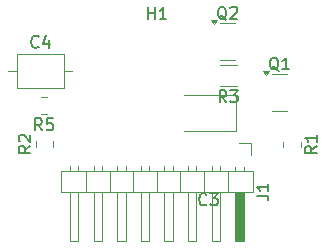
<source format=gbr>
%TF.GenerationSoftware,KiCad,Pcbnew,9.0.4*%
%TF.CreationDate,2025-11-18T22:29:26-03:00*%
%TF.ProjectId,FuzzFace,46757a7a-4661-4636-952e-6b696361645f,rev?*%
%TF.SameCoordinates,Original*%
%TF.FileFunction,Legend,Top*%
%TF.FilePolarity,Positive*%
%FSLAX46Y46*%
G04 Gerber Fmt 4.6, Leading zero omitted, Abs format (unit mm)*
G04 Created by KiCad (PCBNEW 9.0.4) date 2025-11-18 22:29:26*
%MOMM*%
%LPD*%
G01*
G04 APERTURE LIST*
%ADD10C,0.150000*%
%ADD11C,0.120000*%
G04 APERTURE END LIST*
D10*
X115954819Y-92933333D02*
X116669104Y-92933333D01*
X116669104Y-92933333D02*
X116811961Y-92980952D01*
X116811961Y-92980952D02*
X116907200Y-93076190D01*
X116907200Y-93076190D02*
X116954819Y-93219047D01*
X116954819Y-93219047D02*
X116954819Y-93314285D01*
X116954819Y-91933333D02*
X116954819Y-92504761D01*
X116954819Y-92219047D02*
X115954819Y-92219047D01*
X115954819Y-92219047D02*
X116097676Y-92314285D01*
X116097676Y-92314285D02*
X116192914Y-92409523D01*
X116192914Y-92409523D02*
X116240533Y-92504761D01*
X113383333Y-85034819D02*
X113050000Y-84558628D01*
X112811905Y-85034819D02*
X112811905Y-84034819D01*
X112811905Y-84034819D02*
X113192857Y-84034819D01*
X113192857Y-84034819D02*
X113288095Y-84082438D01*
X113288095Y-84082438D02*
X113335714Y-84130057D01*
X113335714Y-84130057D02*
X113383333Y-84225295D01*
X113383333Y-84225295D02*
X113383333Y-84368152D01*
X113383333Y-84368152D02*
X113335714Y-84463390D01*
X113335714Y-84463390D02*
X113288095Y-84511009D01*
X113288095Y-84511009D02*
X113192857Y-84558628D01*
X113192857Y-84558628D02*
X112811905Y-84558628D01*
X113716667Y-84034819D02*
X114335714Y-84034819D01*
X114335714Y-84034819D02*
X114002381Y-84415771D01*
X114002381Y-84415771D02*
X114145238Y-84415771D01*
X114145238Y-84415771D02*
X114240476Y-84463390D01*
X114240476Y-84463390D02*
X114288095Y-84511009D01*
X114288095Y-84511009D02*
X114335714Y-84606247D01*
X114335714Y-84606247D02*
X114335714Y-84844342D01*
X114335714Y-84844342D02*
X114288095Y-84939580D01*
X114288095Y-84939580D02*
X114240476Y-84987200D01*
X114240476Y-84987200D02*
X114145238Y-85034819D01*
X114145238Y-85034819D02*
X113859524Y-85034819D01*
X113859524Y-85034819D02*
X113764286Y-84987200D01*
X113764286Y-84987200D02*
X113716667Y-84939580D01*
X96804819Y-88716666D02*
X96328628Y-89049999D01*
X96804819Y-89288094D02*
X95804819Y-89288094D01*
X95804819Y-89288094D02*
X95804819Y-88907142D01*
X95804819Y-88907142D02*
X95852438Y-88811904D01*
X95852438Y-88811904D02*
X95900057Y-88764285D01*
X95900057Y-88764285D02*
X95995295Y-88716666D01*
X95995295Y-88716666D02*
X96138152Y-88716666D01*
X96138152Y-88716666D02*
X96233390Y-88764285D01*
X96233390Y-88764285D02*
X96281009Y-88811904D01*
X96281009Y-88811904D02*
X96328628Y-88907142D01*
X96328628Y-88907142D02*
X96328628Y-89288094D01*
X95900057Y-88335713D02*
X95852438Y-88288094D01*
X95852438Y-88288094D02*
X95804819Y-88192856D01*
X95804819Y-88192856D02*
X95804819Y-87954761D01*
X95804819Y-87954761D02*
X95852438Y-87859523D01*
X95852438Y-87859523D02*
X95900057Y-87811904D01*
X95900057Y-87811904D02*
X95995295Y-87764285D01*
X95995295Y-87764285D02*
X96090533Y-87764285D01*
X96090533Y-87764285D02*
X96233390Y-87811904D01*
X96233390Y-87811904D02*
X96804819Y-88383332D01*
X96804819Y-88383332D02*
X96804819Y-87764285D01*
X97483333Y-80314580D02*
X97435714Y-80362200D01*
X97435714Y-80362200D02*
X97292857Y-80409819D01*
X97292857Y-80409819D02*
X97197619Y-80409819D01*
X97197619Y-80409819D02*
X97054762Y-80362200D01*
X97054762Y-80362200D02*
X96959524Y-80266961D01*
X96959524Y-80266961D02*
X96911905Y-80171723D01*
X96911905Y-80171723D02*
X96864286Y-79981247D01*
X96864286Y-79981247D02*
X96864286Y-79838390D01*
X96864286Y-79838390D02*
X96911905Y-79647914D01*
X96911905Y-79647914D02*
X96959524Y-79552676D01*
X96959524Y-79552676D02*
X97054762Y-79457438D01*
X97054762Y-79457438D02*
X97197619Y-79409819D01*
X97197619Y-79409819D02*
X97292857Y-79409819D01*
X97292857Y-79409819D02*
X97435714Y-79457438D01*
X97435714Y-79457438D02*
X97483333Y-79505057D01*
X98340476Y-79743152D02*
X98340476Y-80409819D01*
X98102381Y-79362200D02*
X97864286Y-80076485D01*
X97864286Y-80076485D02*
X98483333Y-80076485D01*
X113392261Y-78050057D02*
X113297023Y-78002438D01*
X113297023Y-78002438D02*
X113201785Y-77907200D01*
X113201785Y-77907200D02*
X113058928Y-77764342D01*
X113058928Y-77764342D02*
X112963690Y-77716723D01*
X112963690Y-77716723D02*
X112868452Y-77716723D01*
X112916071Y-77954819D02*
X112820833Y-77907200D01*
X112820833Y-77907200D02*
X112725595Y-77811961D01*
X112725595Y-77811961D02*
X112677976Y-77621485D01*
X112677976Y-77621485D02*
X112677976Y-77288152D01*
X112677976Y-77288152D02*
X112725595Y-77097676D01*
X112725595Y-77097676D02*
X112820833Y-77002438D01*
X112820833Y-77002438D02*
X112916071Y-76954819D01*
X112916071Y-76954819D02*
X113106547Y-76954819D01*
X113106547Y-76954819D02*
X113201785Y-77002438D01*
X113201785Y-77002438D02*
X113297023Y-77097676D01*
X113297023Y-77097676D02*
X113344642Y-77288152D01*
X113344642Y-77288152D02*
X113344642Y-77621485D01*
X113344642Y-77621485D02*
X113297023Y-77811961D01*
X113297023Y-77811961D02*
X113201785Y-77907200D01*
X113201785Y-77907200D02*
X113106547Y-77954819D01*
X113106547Y-77954819D02*
X112916071Y-77954819D01*
X113725595Y-77050057D02*
X113773214Y-77002438D01*
X113773214Y-77002438D02*
X113868452Y-76954819D01*
X113868452Y-76954819D02*
X114106547Y-76954819D01*
X114106547Y-76954819D02*
X114201785Y-77002438D01*
X114201785Y-77002438D02*
X114249404Y-77050057D01*
X114249404Y-77050057D02*
X114297023Y-77145295D01*
X114297023Y-77145295D02*
X114297023Y-77240533D01*
X114297023Y-77240533D02*
X114249404Y-77383390D01*
X114249404Y-77383390D02*
X113677976Y-77954819D01*
X113677976Y-77954819D02*
X114297023Y-77954819D01*
X111698333Y-93659580D02*
X111650714Y-93707200D01*
X111650714Y-93707200D02*
X111507857Y-93754819D01*
X111507857Y-93754819D02*
X111412619Y-93754819D01*
X111412619Y-93754819D02*
X111269762Y-93707200D01*
X111269762Y-93707200D02*
X111174524Y-93611961D01*
X111174524Y-93611961D02*
X111126905Y-93516723D01*
X111126905Y-93516723D02*
X111079286Y-93326247D01*
X111079286Y-93326247D02*
X111079286Y-93183390D01*
X111079286Y-93183390D02*
X111126905Y-92992914D01*
X111126905Y-92992914D02*
X111174524Y-92897676D01*
X111174524Y-92897676D02*
X111269762Y-92802438D01*
X111269762Y-92802438D02*
X111412619Y-92754819D01*
X111412619Y-92754819D02*
X111507857Y-92754819D01*
X111507857Y-92754819D02*
X111650714Y-92802438D01*
X111650714Y-92802438D02*
X111698333Y-92850057D01*
X112031667Y-92754819D02*
X112650714Y-92754819D01*
X112650714Y-92754819D02*
X112317381Y-93135771D01*
X112317381Y-93135771D02*
X112460238Y-93135771D01*
X112460238Y-93135771D02*
X112555476Y-93183390D01*
X112555476Y-93183390D02*
X112603095Y-93231009D01*
X112603095Y-93231009D02*
X112650714Y-93326247D01*
X112650714Y-93326247D02*
X112650714Y-93564342D01*
X112650714Y-93564342D02*
X112603095Y-93659580D01*
X112603095Y-93659580D02*
X112555476Y-93707200D01*
X112555476Y-93707200D02*
X112460238Y-93754819D01*
X112460238Y-93754819D02*
X112174524Y-93754819D01*
X112174524Y-93754819D02*
X112079286Y-93707200D01*
X112079286Y-93707200D02*
X112031667Y-93659580D01*
X97783333Y-87404819D02*
X97450000Y-86928628D01*
X97211905Y-87404819D02*
X97211905Y-86404819D01*
X97211905Y-86404819D02*
X97592857Y-86404819D01*
X97592857Y-86404819D02*
X97688095Y-86452438D01*
X97688095Y-86452438D02*
X97735714Y-86500057D01*
X97735714Y-86500057D02*
X97783333Y-86595295D01*
X97783333Y-86595295D02*
X97783333Y-86738152D01*
X97783333Y-86738152D02*
X97735714Y-86833390D01*
X97735714Y-86833390D02*
X97688095Y-86881009D01*
X97688095Y-86881009D02*
X97592857Y-86928628D01*
X97592857Y-86928628D02*
X97211905Y-86928628D01*
X98688095Y-86404819D02*
X98211905Y-86404819D01*
X98211905Y-86404819D02*
X98164286Y-86881009D01*
X98164286Y-86881009D02*
X98211905Y-86833390D01*
X98211905Y-86833390D02*
X98307143Y-86785771D01*
X98307143Y-86785771D02*
X98545238Y-86785771D01*
X98545238Y-86785771D02*
X98640476Y-86833390D01*
X98640476Y-86833390D02*
X98688095Y-86881009D01*
X98688095Y-86881009D02*
X98735714Y-86976247D01*
X98735714Y-86976247D02*
X98735714Y-87214342D01*
X98735714Y-87214342D02*
X98688095Y-87309580D01*
X98688095Y-87309580D02*
X98640476Y-87357200D01*
X98640476Y-87357200D02*
X98545238Y-87404819D01*
X98545238Y-87404819D02*
X98307143Y-87404819D01*
X98307143Y-87404819D02*
X98211905Y-87357200D01*
X98211905Y-87357200D02*
X98164286Y-87309580D01*
X106738095Y-78004819D02*
X106738095Y-77004819D01*
X106738095Y-77481009D02*
X107309523Y-77481009D01*
X107309523Y-78004819D02*
X107309523Y-77004819D01*
X108309523Y-78004819D02*
X107738095Y-78004819D01*
X108023809Y-78004819D02*
X108023809Y-77004819D01*
X108023809Y-77004819D02*
X107928571Y-77147676D01*
X107928571Y-77147676D02*
X107833333Y-77242914D01*
X107833333Y-77242914D02*
X107738095Y-77290533D01*
X117804761Y-82350057D02*
X117709523Y-82302438D01*
X117709523Y-82302438D02*
X117614285Y-82207200D01*
X117614285Y-82207200D02*
X117471428Y-82064342D01*
X117471428Y-82064342D02*
X117376190Y-82016723D01*
X117376190Y-82016723D02*
X117280952Y-82016723D01*
X117328571Y-82254819D02*
X117233333Y-82207200D01*
X117233333Y-82207200D02*
X117138095Y-82111961D01*
X117138095Y-82111961D02*
X117090476Y-81921485D01*
X117090476Y-81921485D02*
X117090476Y-81588152D01*
X117090476Y-81588152D02*
X117138095Y-81397676D01*
X117138095Y-81397676D02*
X117233333Y-81302438D01*
X117233333Y-81302438D02*
X117328571Y-81254819D01*
X117328571Y-81254819D02*
X117519047Y-81254819D01*
X117519047Y-81254819D02*
X117614285Y-81302438D01*
X117614285Y-81302438D02*
X117709523Y-81397676D01*
X117709523Y-81397676D02*
X117757142Y-81588152D01*
X117757142Y-81588152D02*
X117757142Y-81921485D01*
X117757142Y-81921485D02*
X117709523Y-82111961D01*
X117709523Y-82111961D02*
X117614285Y-82207200D01*
X117614285Y-82207200D02*
X117519047Y-82254819D01*
X117519047Y-82254819D02*
X117328571Y-82254819D01*
X118709523Y-82254819D02*
X118138095Y-82254819D01*
X118423809Y-82254819D02*
X118423809Y-81254819D01*
X118423809Y-81254819D02*
X118328571Y-81397676D01*
X118328571Y-81397676D02*
X118233333Y-81492914D01*
X118233333Y-81492914D02*
X118138095Y-81540533D01*
X121054819Y-88754166D02*
X120578628Y-89087499D01*
X121054819Y-89325594D02*
X120054819Y-89325594D01*
X120054819Y-89325594D02*
X120054819Y-88944642D01*
X120054819Y-88944642D02*
X120102438Y-88849404D01*
X120102438Y-88849404D02*
X120150057Y-88801785D01*
X120150057Y-88801785D02*
X120245295Y-88754166D01*
X120245295Y-88754166D02*
X120388152Y-88754166D01*
X120388152Y-88754166D02*
X120483390Y-88801785D01*
X120483390Y-88801785D02*
X120531009Y-88849404D01*
X120531009Y-88849404D02*
X120578628Y-88944642D01*
X120578628Y-88944642D02*
X120578628Y-89325594D01*
X121054819Y-87801785D02*
X121054819Y-88373213D01*
X121054819Y-88087499D02*
X120054819Y-88087499D01*
X120054819Y-88087499D02*
X120197676Y-88182737D01*
X120197676Y-88182737D02*
X120292914Y-88277975D01*
X120292914Y-88277975D02*
X120340533Y-88373213D01*
D11*
%TO.C,J1*%
X99390000Y-90890000D02*
X99390000Y-92610000D01*
X99390000Y-92610000D02*
X115610000Y-92610000D01*
X100140000Y-90416856D02*
X100140000Y-90890000D01*
X100140000Y-96810000D02*
X100140000Y-92610000D01*
X100860000Y-90416856D02*
X100860000Y-90890000D01*
X100860000Y-92610000D02*
X100860000Y-96810000D01*
X100860000Y-96810000D02*
X100140000Y-96810000D01*
X101500000Y-90890000D02*
X101500000Y-92610000D01*
X102140000Y-90416856D02*
X102140000Y-90890000D01*
X102140000Y-96810000D02*
X102140000Y-92610000D01*
X102860000Y-90416856D02*
X102860000Y-90890000D01*
X102860000Y-92610000D02*
X102860000Y-96810000D01*
X102860000Y-96810000D02*
X102140000Y-96810000D01*
X103500000Y-90890000D02*
X103500000Y-92610000D01*
X104140000Y-90416856D02*
X104140000Y-90890000D01*
X104140000Y-96810000D02*
X104140000Y-92610000D01*
X104860000Y-90416856D02*
X104860000Y-90890000D01*
X104860000Y-92610000D02*
X104860000Y-96810000D01*
X104860000Y-96810000D02*
X104140000Y-96810000D01*
X105500000Y-90890000D02*
X105500000Y-92610000D01*
X106140000Y-90416856D02*
X106140000Y-90890000D01*
X106140000Y-96810000D02*
X106140000Y-92610000D01*
X106860000Y-90416856D02*
X106860000Y-90890000D01*
X106860000Y-92610000D02*
X106860000Y-96810000D01*
X106860000Y-96810000D02*
X106140000Y-96810000D01*
X107500000Y-90890000D02*
X107500000Y-92610000D01*
X108140000Y-90416856D02*
X108140000Y-90890000D01*
X108140000Y-96810000D02*
X108140000Y-92610000D01*
X108860000Y-90416856D02*
X108860000Y-90890000D01*
X108860000Y-92610000D02*
X108860000Y-96810000D01*
X108860000Y-96810000D02*
X108140000Y-96810000D01*
X109500000Y-90890000D02*
X109500000Y-92610000D01*
X110140000Y-90416856D02*
X110140000Y-90890000D01*
X110140000Y-96810000D02*
X110140000Y-92610000D01*
X110860000Y-90416856D02*
X110860000Y-90890000D01*
X110860000Y-92610000D02*
X110860000Y-96810000D01*
X110860000Y-96810000D02*
X110140000Y-96810000D01*
X111500000Y-90890000D02*
X111500000Y-92610000D01*
X112140000Y-90416856D02*
X112140000Y-90890000D01*
X112140000Y-96810000D02*
X112140000Y-92610000D01*
X112860000Y-90416856D02*
X112860000Y-90890000D01*
X112860000Y-92610000D02*
X112860000Y-96810000D01*
X112860000Y-96810000D02*
X112140000Y-96810000D01*
X113500000Y-90890000D02*
X113500000Y-92610000D01*
X114140000Y-90485000D02*
X114140000Y-90890000D01*
X114500000Y-88500000D02*
X115500000Y-88500000D01*
X114860000Y-90485000D02*
X114860000Y-90890000D01*
X115500000Y-88500000D02*
X115500000Y-89500000D01*
X115610000Y-90890000D02*
X99390000Y-90890000D01*
X115610000Y-92610000D02*
X115610000Y-90890000D01*
X114860000Y-92610000D02*
X114140000Y-92610000D01*
X114140000Y-96810000D01*
X114860000Y-96810000D01*
X114860000Y-92610000D01*
G36*
X114860000Y-92610000D02*
G01*
X114140000Y-92610000D01*
X114140000Y-96810000D01*
X114860000Y-96810000D01*
X114860000Y-92610000D01*
G37*
%TO.C,R3*%
X114277064Y-81840000D02*
X112822936Y-81840000D01*
X114277064Y-83660000D02*
X112822936Y-83660000D01*
%TO.C,R2*%
X97265000Y-88777064D02*
X97265000Y-88322936D01*
X98735000Y-88777064D02*
X98735000Y-88322936D01*
%TO.C,C4*%
X94940000Y-82375000D02*
X95630000Y-82375000D01*
X100360000Y-82375000D02*
X99670000Y-82375000D01*
X95630000Y-80955000D02*
X99670000Y-80955000D01*
X99670000Y-83795000D01*
X95630000Y-83795000D01*
X95630000Y-80955000D01*
%TO.C,Q2*%
X113487500Y-78340000D02*
X112837500Y-78340000D01*
X113487500Y-78340000D02*
X114137500Y-78340000D01*
X113487500Y-81460000D02*
X112837500Y-81460000D01*
X113487500Y-81460000D02*
X114137500Y-81460000D01*
X112325000Y-78390000D02*
X112085000Y-78060000D01*
X112565000Y-78060000D01*
X112325000Y-78390000D01*
G36*
X112325000Y-78390000D02*
G01*
X112085000Y-78060000D01*
X112565000Y-78060000D01*
X112325000Y-78390000D01*
G37*
%TO.C,C3*%
X109827500Y-87460000D02*
X114222500Y-87460000D01*
X114222500Y-84440000D02*
X109827500Y-84440000D01*
X114222500Y-87460000D02*
X114222500Y-84440000D01*
%TO.C,R5*%
X98177064Y-84565000D02*
X97722936Y-84565000D01*
X98177064Y-86035000D02*
X97722936Y-86035000D01*
%TO.C,Q1*%
X117900000Y-82640000D02*
X117250000Y-82640000D01*
X117900000Y-82640000D02*
X118550000Y-82640000D01*
X117900000Y-85760000D02*
X117250000Y-85760000D01*
X117900000Y-85760000D02*
X118550000Y-85760000D01*
X116737500Y-82690000D02*
X116497500Y-82360000D01*
X116977500Y-82360000D01*
X116737500Y-82690000D01*
G36*
X116737500Y-82690000D02*
G01*
X116497500Y-82360000D01*
X116977500Y-82360000D01*
X116737500Y-82690000D01*
G37*
%TO.C,R1*%
X118215000Y-88360436D02*
X118215000Y-88814564D01*
X119685000Y-88360436D02*
X119685000Y-88814564D01*
%TD*%
M02*

</source>
